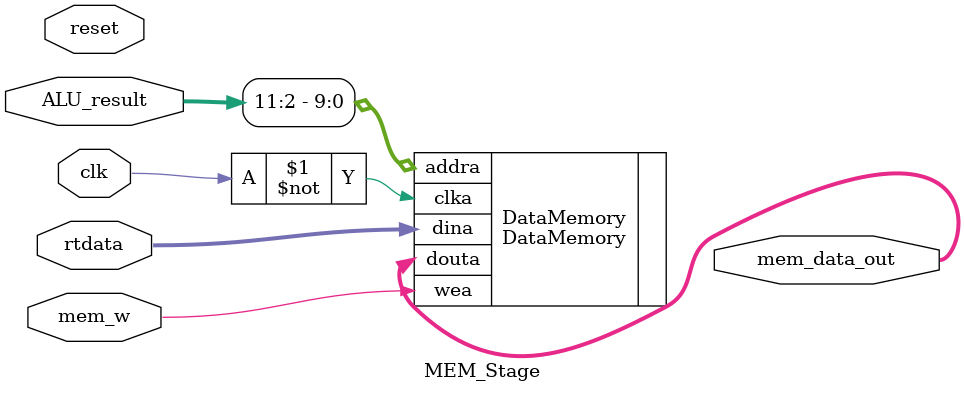
<source format=v>
`timescale 1ns / 1ps
module MEM_Stage(
	input clk,
	input reset,
	input mem_w,
	
	input [31:0] ALU_result,
	input [31:0] rtdata,
	
	output [31:0] mem_data_out
    );
	
	DataMemory DataMemory(
		.clka(~clk),
		.wea(mem_w),
		.addra(ALU_result[11:2]),
		.dina(rtdata),
		.douta(mem_data_out)
	);


endmodule

</source>
